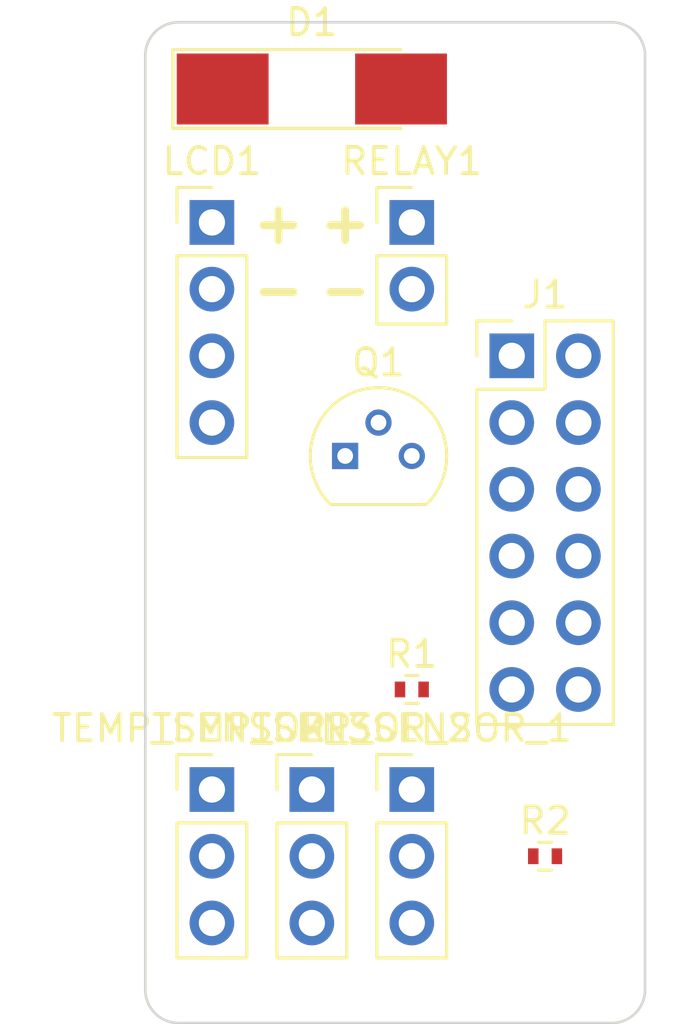
<source format=kicad_pcb>
(kicad_pcb (version 4) (host pcbnew 4.0.6)

  (general
    (links 22)
    (no_connects 22)
    (area 0 0 0 0)
    (thickness 1.6)
    (drawings 13)
    (tracks 0)
    (zones 0)
    (modules 10)
    (nets 15)
  )

  (page A4)
  (layers
    (0 F.Cu signal)
    (31 B.Cu signal)
    (32 B.Adhes user)
    (33 F.Adhes user)
    (34 B.Paste user)
    (35 F.Paste user)
    (36 B.SilkS user)
    (37 F.SilkS user)
    (38 B.Mask user)
    (39 F.Mask user)
    (40 Dwgs.User user)
    (41 Cmts.User user)
    (42 Eco1.User user)
    (43 Eco2.User user)
    (44 Edge.Cuts user)
    (45 Margin user)
    (46 B.CrtYd user)
    (47 F.CrtYd user)
    (48 B.Fab user)
    (49 F.Fab user)
  )

  (setup
    (last_trace_width 0.25)
    (trace_clearance 0.2)
    (zone_clearance 0.508)
    (zone_45_only no)
    (trace_min 0.2)
    (segment_width 0.2)
    (edge_width 0.1)
    (via_size 0.6)
    (via_drill 0.4)
    (via_min_size 0.4)
    (via_min_drill 0.3)
    (uvia_size 0.3)
    (uvia_drill 0.1)
    (uvias_allowed no)
    (uvia_min_size 0.2)
    (uvia_min_drill 0.1)
    (pcb_text_width 0.3)
    (pcb_text_size 1.5 1.5)
    (mod_edge_width 0.15)
    (mod_text_size 1 1)
    (mod_text_width 0.15)
    (pad_size 1.5 1.5)
    (pad_drill 0.6)
    (pad_to_mask_clearance 0)
    (aux_axis_origin 0 0)
    (visible_elements FFFCFF7F)
    (pcbplotparams
      (layerselection 0x00030_80000001)
      (usegerberextensions false)
      (excludeedgelayer true)
      (linewidth 0.100000)
      (plotframeref false)
      (viasonmask false)
      (mode 1)
      (useauxorigin false)
      (hpglpennumber 1)
      (hpglpenspeed 20)
      (hpglpendiameter 15)
      (hpglpenoverlay 2)
      (psnegative false)
      (psa4output false)
      (plotreference true)
      (plotvalue true)
      (plotinvisibletext false)
      (padsonsilk false)
      (subtractmaskfromsilk false)
      (outputformat 1)
      (mirror false)
      (drillshape 1)
      (scaleselection 1)
      (outputdirectory ""))
  )

  (net 0 "")
  (net 1 +5V)
  (net 2 RELAY_OUT)
  (net 3 +3V3)
  (net 4 "Net-(J1-Pad3)")
  (net 5 SDA)
  (net 6 "Net-(J1-Pad5)")
  (net 7 SCL)
  (net 8 "Net-(J1-Pad7)")
  (net 9 BCM4)
  (net 10 "Net-(J1-Pad9)")
  (net 11 GND)
  (net 12 "Net-(J1-Pad11)")
  (net 13 BCM17)
  (net 14 TRANSISTOR_BASE)

  (net_class Default "This is the default net class."
    (clearance 0.2)
    (trace_width 0.25)
    (via_dia 0.6)
    (via_drill 0.4)
    (uvia_dia 0.3)
    (uvia_drill 0.1)
    (add_net +3V3)
    (add_net +5V)
    (add_net BCM17)
    (add_net BCM4)
    (add_net GND)
    (add_net "Net-(J1-Pad11)")
    (add_net "Net-(J1-Pad3)")
    (add_net "Net-(J1-Pad5)")
    (add_net "Net-(J1-Pad7)")
    (add_net "Net-(J1-Pad9)")
    (add_net RELAY_OUT)
    (add_net SCL)
    (add_net SDA)
    (add_net TRANSISTOR_BASE)
  )

  (module Diodes_SMD:D_MELF_Handsoldering (layer F.Cu) (tedit 58643AF9) (tstamp 58F7419A)
    (at 167.64 91.44)
    (descr "Diode MELF Handsoldering")
    (tags "Diode MELF Handsoldering")
    (path /58F70405)
    (attr smd)
    (fp_text reference D1 (at 0 -2.54) (layer F.SilkS)
      (effects (font (size 1 1) (thickness 0.15)))
    )
    (fp_text value D (at 0 3.81) (layer F.Fab)
      (effects (font (size 1 1) (thickness 0.15)))
    )
    (fp_line (start 3.4 -1.5) (end -5.3 -1.5) (layer F.SilkS) (width 0.12))
    (fp_line (start -5.3 -1.5) (end -5.3 1.5) (layer F.SilkS) (width 0.12))
    (fp_line (start -5.3 1.5) (end 3.4 1.5) (layer F.SilkS) (width 0.12))
    (fp_line (start 2.6 -1.3) (end -2.6 -1.3) (layer F.Fab) (width 0.1))
    (fp_line (start -2.6 -1.3) (end -2.6 1.3) (layer F.Fab) (width 0.1))
    (fp_line (start -2.6 1.3) (end 2.6 1.3) (layer F.Fab) (width 0.1))
    (fp_line (start 2.6 1.3) (end 2.6 -1.3) (layer F.Fab) (width 0.1))
    (fp_line (start -0.64944 0.00102) (end -1.55114 0.00102) (layer F.Fab) (width 0.1))
    (fp_line (start 0.50118 0.00102) (end 1.4994 0.00102) (layer F.Fab) (width 0.1))
    (fp_line (start -0.64944 -0.79908) (end -0.64944 0.80112) (layer F.Fab) (width 0.1))
    (fp_line (start 0.50118 0.75032) (end 0.50118 -0.79908) (layer F.Fab) (width 0.1))
    (fp_line (start -0.64944 0.00102) (end 0.50118 0.75032) (layer F.Fab) (width 0.1))
    (fp_line (start -0.64944 0.00102) (end 0.50118 -0.79908) (layer F.Fab) (width 0.1))
    (fp_line (start -5.4 -1.6) (end 5.4 -1.6) (layer F.CrtYd) (width 0.05))
    (fp_line (start 5.4 -1.6) (end 5.4 1.6) (layer F.CrtYd) (width 0.05))
    (fp_line (start 5.4 1.6) (end -5.4 1.6) (layer F.CrtYd) (width 0.05))
    (fp_line (start -5.4 1.6) (end -5.4 -1.6) (layer F.CrtYd) (width 0.05))
    (pad 1 smd rect (at -3.4 0) (size 3.5 2.7) (layers F.Cu F.Paste F.Mask)
      (net 1 +5V))
    (pad 2 smd rect (at 3.4 0) (size 3.5 2.7) (layers F.Cu F.Paste F.Mask)
      (net 2 RELAY_OUT))
    (model Diodes_SMD.3dshapes/D_MELF_Handsoldering.wrl
      (at (xyz 0 0 0))
      (scale (xyz 0.3937 0.3937 0.3937))
      (rotate (xyz 0 0 180))
    )
  )

  (module Pin_Headers:Pin_Header_Straight_2x06_Pitch2.54mm (layer F.Cu) (tedit 58F6E16D) (tstamp 58F741AA)
    (at 175.26 101.6)
    (descr "Through hole straight pin header, 2x06, 2.54mm pitch, double rows")
    (tags "Through hole pin header THT 2x06 2.54mm double row")
    (path /58F6CE7F)
    (fp_text reference J1 (at 1.27 -2.33) (layer F.SilkS)
      (effects (font (size 1 1) (thickness 0.15)))
    )
    (fp_text value CONN_02X06 (at 1.27 15.03) (layer F.Fab)
      (effects (font (size 1 1) (thickness 0.15)))
    )
    (fp_line (start -1.27 -1.27) (end -1.27 13.97) (layer F.Fab) (width 0.1))
    (fp_line (start -1.27 13.97) (end 3.81 13.97) (layer F.Fab) (width 0.1))
    (fp_line (start 3.81 13.97) (end 3.81 -1.27) (layer F.Fab) (width 0.1))
    (fp_line (start 3.81 -1.27) (end -1.27 -1.27) (layer F.Fab) (width 0.1))
    (fp_line (start -1.33 1.27) (end -1.33 14.03) (layer F.SilkS) (width 0.12))
    (fp_line (start -1.33 14.03) (end 3.87 14.03) (layer F.SilkS) (width 0.12))
    (fp_line (start 3.87 14.03) (end 3.87 -1.33) (layer F.SilkS) (width 0.12))
    (fp_line (start 3.87 -1.33) (end 1.27 -1.33) (layer F.SilkS) (width 0.12))
    (fp_line (start 1.27 -1.33) (end 1.27 1.27) (layer F.SilkS) (width 0.12))
    (fp_line (start 1.27 1.27) (end -1.33 1.27) (layer F.SilkS) (width 0.12))
    (fp_line (start -1.33 0) (end -1.33 -1.33) (layer F.SilkS) (width 0.12))
    (fp_line (start -1.33 -1.33) (end 0 -1.33) (layer F.SilkS) (width 0.12))
    (fp_line (start -1.8 -1.8) (end -1.8 14.5) (layer F.CrtYd) (width 0.05))
    (fp_line (start -1.8 14.5) (end 4.35 14.5) (layer F.CrtYd) (width 0.05))
    (fp_line (start 4.35 14.5) (end 4.35 -1.8) (layer F.CrtYd) (width 0.05))
    (fp_line (start 4.35 -1.8) (end -1.8 -1.8) (layer F.CrtYd) (width 0.05))
    (fp_text user PI (at 1.27 -2.33) (layer F.Fab)
      (effects (font (size 1 1) (thickness 0.15)))
    )
    (pad 1 thru_hole rect (at 0 0) (size 1.7 1.7) (drill 1) (layers *.Cu *.Mask)
      (net 1 +5V))
    (pad 2 thru_hole oval (at 2.54 0) (size 1.7 1.7) (drill 1) (layers *.Cu *.Mask)
      (net 3 +3V3))
    (pad 3 thru_hole oval (at 0 2.54) (size 1.7 1.7) (drill 1) (layers *.Cu *.Mask)
      (net 4 "Net-(J1-Pad3)"))
    (pad 4 thru_hole oval (at 2.54 2.54) (size 1.7 1.7) (drill 1) (layers *.Cu *.Mask)
      (net 5 SDA))
    (pad 5 thru_hole oval (at 0 5.08) (size 1.7 1.7) (drill 1) (layers *.Cu *.Mask)
      (net 6 "Net-(J1-Pad5)"))
    (pad 6 thru_hole oval (at 2.54 5.08) (size 1.7 1.7) (drill 1) (layers *.Cu *.Mask)
      (net 7 SCL))
    (pad 7 thru_hole oval (at 0 7.62) (size 1.7 1.7) (drill 1) (layers *.Cu *.Mask)
      (net 8 "Net-(J1-Pad7)"))
    (pad 8 thru_hole oval (at 2.54 7.62) (size 1.7 1.7) (drill 1) (layers *.Cu *.Mask)
      (net 9 BCM4))
    (pad 9 thru_hole oval (at 0 10.16) (size 1.7 1.7) (drill 1) (layers *.Cu *.Mask)
      (net 10 "Net-(J1-Pad9)"))
    (pad 10 thru_hole oval (at 2.54 10.16) (size 1.7 1.7) (drill 1) (layers *.Cu *.Mask)
      (net 11 GND))
    (pad 11 thru_hole oval (at 0 12.7) (size 1.7 1.7) (drill 1) (layers *.Cu *.Mask)
      (net 12 "Net-(J1-Pad11)"))
    (pad 12 thru_hole oval (at 2.54 12.7) (size 1.7 1.7) (drill 1) (layers *.Cu *.Mask)
      (net 13 BCM17))
    (model ${KISYS3DMOD}/Pin_Headers.3dshapes/Pin_Header_Straight_2x06_Pitch2.54mm.wrl
      (at (xyz 0.05 -0.25 0))
      (scale (xyz 1 1 1))
      (rotate (xyz 0 0 90))
    )
  )

  (module Socket_Strips:Socket_Strip_Straight_1x04_Pitch2.54mm (layer F.Cu) (tedit 58CD5446) (tstamp 58F741B2)
    (at 163.83 96.52)
    (descr "Through hole straight socket strip, 1x04, 2.54mm pitch, single row")
    (tags "Through hole socket strip THT 1x04 2.54mm single row")
    (path /58F6D376)
    (fp_text reference LCD1 (at 0 -2.33) (layer F.SilkS)
      (effects (font (size 1 1) (thickness 0.15)))
    )
    (fp_text value CONN_01X04_FEMALE (at 0 9.95) (layer F.Fab)
      (effects (font (size 1 1) (thickness 0.15)))
    )
    (fp_line (start -1.27 -1.27) (end -1.27 8.89) (layer F.Fab) (width 0.1))
    (fp_line (start -1.27 8.89) (end 1.27 8.89) (layer F.Fab) (width 0.1))
    (fp_line (start 1.27 8.89) (end 1.27 -1.27) (layer F.Fab) (width 0.1))
    (fp_line (start 1.27 -1.27) (end -1.27 -1.27) (layer F.Fab) (width 0.1))
    (fp_line (start -1.33 1.27) (end -1.33 8.95) (layer F.SilkS) (width 0.12))
    (fp_line (start -1.33 8.95) (end 1.33 8.95) (layer F.SilkS) (width 0.12))
    (fp_line (start 1.33 8.95) (end 1.33 1.27) (layer F.SilkS) (width 0.12))
    (fp_line (start 1.33 1.27) (end -1.33 1.27) (layer F.SilkS) (width 0.12))
    (fp_line (start -1.33 0) (end -1.33 -1.33) (layer F.SilkS) (width 0.12))
    (fp_line (start -1.33 -1.33) (end 0 -1.33) (layer F.SilkS) (width 0.12))
    (fp_line (start -1.8 -1.8) (end -1.8 9.4) (layer F.CrtYd) (width 0.05))
    (fp_line (start -1.8 9.4) (end 1.8 9.4) (layer F.CrtYd) (width 0.05))
    (fp_line (start 1.8 9.4) (end 1.8 -1.8) (layer F.CrtYd) (width 0.05))
    (fp_line (start 1.8 -1.8) (end -1.8 -1.8) (layer F.CrtYd) (width 0.05))
    (fp_text user %R (at 0 -2.33) (layer F.Fab)
      (effects (font (size 1 1) (thickness 0.15)))
    )
    (pad 1 thru_hole rect (at 0 0) (size 1.7 1.7) (drill 1) (layers *.Cu *.Mask)
      (net 1 +5V))
    (pad 2 thru_hole oval (at 0 2.54) (size 1.7 1.7) (drill 1) (layers *.Cu *.Mask)
      (net 11 GND))
    (pad 3 thru_hole oval (at 0 5.08) (size 1.7 1.7) (drill 1) (layers *.Cu *.Mask)
      (net 7 SCL))
    (pad 4 thru_hole oval (at 0 7.62) (size 1.7 1.7) (drill 1) (layers *.Cu *.Mask)
      (net 5 SDA))
    (model ${KISYS3DMOD}/Socket_Strips.3dshapes/Socket_Strip_Straight_1x04_Pitch2.54mm.wrl
      (at (xyz 0 -0.15 0))
      (scale (xyz 1 1 1))
      (rotate (xyz 0 0 270))
    )
  )

  (module TO_SOT_Packages_THT:TO-92_Molded_Narrow (layer F.Cu) (tedit 58CE52AF) (tstamp 58F741B9)
    (at 168.91 105.41)
    (descr "TO-92 leads molded, narrow, drill 0.6mm (see NXP sot054_po.pdf)")
    (tags "to-92 sc-43 sc-43a sot54 PA33 transistor")
    (path /58F6DF9C)
    (fp_text reference Q1 (at 1.27 -3.56) (layer F.SilkS)
      (effects (font (size 1 1) (thickness 0.15)))
    )
    (fp_text value PN2222A (at 1.27 2.79) (layer F.Fab)
      (effects (font (size 1 1) (thickness 0.15)))
    )
    (fp_text user %R (at 1.27 -3.56) (layer F.Fab)
      (effects (font (size 1 1) (thickness 0.15)))
    )
    (fp_line (start -0.53 1.85) (end 3.07 1.85) (layer F.SilkS) (width 0.12))
    (fp_line (start -0.5 1.75) (end 3 1.75) (layer F.Fab) (width 0.1))
    (fp_line (start -1.46 -2.73) (end 4 -2.73) (layer F.CrtYd) (width 0.05))
    (fp_line (start -1.46 -2.73) (end -1.46 2.01) (layer F.CrtYd) (width 0.05))
    (fp_line (start 4 2.01) (end 4 -2.73) (layer F.CrtYd) (width 0.05))
    (fp_line (start 4 2.01) (end -1.46 2.01) (layer F.CrtYd) (width 0.05))
    (fp_arc (start 1.27 0) (end 1.27 -2.48) (angle 135) (layer F.Fab) (width 0.1))
    (fp_arc (start 1.27 0) (end 1.27 -2.6) (angle -135) (layer F.SilkS) (width 0.12))
    (fp_arc (start 1.27 0) (end 1.27 -2.48) (angle -135) (layer F.Fab) (width 0.1))
    (fp_arc (start 1.27 0) (end 1.27 -2.6) (angle 135) (layer F.SilkS) (width 0.12))
    (pad 2 thru_hole circle (at 1.27 -1.27 90) (size 1 1) (drill 0.6) (layers *.Cu *.Mask)
      (net 14 TRANSISTOR_BASE))
    (pad 3 thru_hole circle (at 2.54 0 90) (size 1 1) (drill 0.6) (layers *.Cu *.Mask)
      (net 2 RELAY_OUT))
    (pad 1 thru_hole rect (at 0 0 90) (size 1 1) (drill 0.6) (layers *.Cu *.Mask)
      (net 11 GND))
    (model ${KISYS3DMOD}/TO_SOT_Packages_THT.3dshapes/TO-92_Molded_Narrow.wrl
      (at (xyz 0.05 0 0))
      (scale (xyz 1 1 1))
      (rotate (xyz 0 0 -90))
    )
  )

  (module Resistors_SMD:R_0402 (layer F.Cu) (tedit 58E0A804) (tstamp 58F741BF)
    (at 171.45 114.3)
    (descr "Resistor SMD 0402, reflow soldering, Vishay (see dcrcw.pdf)")
    (tags "resistor 0402")
    (path /58F6E993)
    (attr smd)
    (fp_text reference R1 (at 0 -1.35) (layer F.SilkS)
      (effects (font (size 1 1) (thickness 0.15)))
    )
    (fp_text value 1K (at 0 1.45) (layer F.Fab)
      (effects (font (size 1 1) (thickness 0.15)))
    )
    (fp_text user %R (at 0 -1.35) (layer F.Fab)
      (effects (font (size 1 1) (thickness 0.15)))
    )
    (fp_line (start -0.5 0.25) (end -0.5 -0.25) (layer F.Fab) (width 0.1))
    (fp_line (start 0.5 0.25) (end -0.5 0.25) (layer F.Fab) (width 0.1))
    (fp_line (start 0.5 -0.25) (end 0.5 0.25) (layer F.Fab) (width 0.1))
    (fp_line (start -0.5 -0.25) (end 0.5 -0.25) (layer F.Fab) (width 0.1))
    (fp_line (start 0.25 -0.53) (end -0.25 -0.53) (layer F.SilkS) (width 0.12))
    (fp_line (start -0.25 0.53) (end 0.25 0.53) (layer F.SilkS) (width 0.12))
    (fp_line (start -0.8 -0.45) (end 0.8 -0.45) (layer F.CrtYd) (width 0.05))
    (fp_line (start -0.8 -0.45) (end -0.8 0.45) (layer F.CrtYd) (width 0.05))
    (fp_line (start 0.8 0.45) (end 0.8 -0.45) (layer F.CrtYd) (width 0.05))
    (fp_line (start 0.8 0.45) (end -0.8 0.45) (layer F.CrtYd) (width 0.05))
    (pad 1 smd rect (at -0.45 0) (size 0.4 0.6) (layers F.Cu F.Paste F.Mask)
      (net 13 BCM17))
    (pad 2 smd rect (at 0.45 0) (size 0.4 0.6) (layers F.Cu F.Paste F.Mask)
      (net 14 TRANSISTOR_BASE))
    (model ${KISYS3DMOD}/Resistors_SMD.3dshapes/R_0402.wrl
      (at (xyz 0 0 0))
      (scale (xyz 1 1 1))
      (rotate (xyz 0 0 0))
    )
  )

  (module Resistors_SMD:R_0402 (layer F.Cu) (tedit 58E0A804) (tstamp 58F741C5)
    (at 176.53 120.65)
    (descr "Resistor SMD 0402, reflow soldering, Vishay (see dcrcw.pdf)")
    (tags "resistor 0402")
    (path /58F6D072)
    (attr smd)
    (fp_text reference R2 (at 0 -1.35) (layer F.SilkS)
      (effects (font (size 1 1) (thickness 0.15)))
    )
    (fp_text value 3.9K (at 0 1.45) (layer F.Fab)
      (effects (font (size 1 1) (thickness 0.15)))
    )
    (fp_text user %R (at 0 -1.35) (layer F.Fab)
      (effects (font (size 1 1) (thickness 0.15)))
    )
    (fp_line (start -0.5 0.25) (end -0.5 -0.25) (layer F.Fab) (width 0.1))
    (fp_line (start 0.5 0.25) (end -0.5 0.25) (layer F.Fab) (width 0.1))
    (fp_line (start 0.5 -0.25) (end 0.5 0.25) (layer F.Fab) (width 0.1))
    (fp_line (start -0.5 -0.25) (end 0.5 -0.25) (layer F.Fab) (width 0.1))
    (fp_line (start 0.25 -0.53) (end -0.25 -0.53) (layer F.SilkS) (width 0.12))
    (fp_line (start -0.25 0.53) (end 0.25 0.53) (layer F.SilkS) (width 0.12))
    (fp_line (start -0.8 -0.45) (end 0.8 -0.45) (layer F.CrtYd) (width 0.05))
    (fp_line (start -0.8 -0.45) (end -0.8 0.45) (layer F.CrtYd) (width 0.05))
    (fp_line (start 0.8 0.45) (end 0.8 -0.45) (layer F.CrtYd) (width 0.05))
    (fp_line (start 0.8 0.45) (end -0.8 0.45) (layer F.CrtYd) (width 0.05))
    (pad 1 smd rect (at -0.45 0) (size 0.4 0.6) (layers F.Cu F.Paste F.Mask)
      (net 3 +3V3))
    (pad 2 smd rect (at 0.45 0) (size 0.4 0.6) (layers F.Cu F.Paste F.Mask)
      (net 9 BCM4))
    (model ${KISYS3DMOD}/Resistors_SMD.3dshapes/R_0402.wrl
      (at (xyz 0 0 0))
      (scale (xyz 1 1 1))
      (rotate (xyz 0 0 0))
    )
  )

  (module Socket_Strips:Socket_Strip_Straight_1x02_Pitch2.54mm (layer F.Cu) (tedit 58F6E1A3) (tstamp 58F741CB)
    (at 171.45 96.52)
    (descr "Through hole straight socket strip, 1x02, 2.54mm pitch, single row")
    (tags "Through hole socket strip THT 1x02 2.54mm single row")
    (path /58F6D7F3)
    (fp_text reference RELAY1 (at 0 -2.33) (layer F.SilkS)
      (effects (font (size 1 1) (thickness 0.15)))
    )
    (fp_text value CONN_01X02_FEMALE (at 0 4.87) (layer F.Fab)
      (effects (font (size 1 1) (thickness 0.15)))
    )
    (fp_line (start -1.27 -1.27) (end -1.27 3.81) (layer F.Fab) (width 0.1))
    (fp_line (start -1.27 3.81) (end 1.27 3.81) (layer F.Fab) (width 0.1))
    (fp_line (start 1.27 3.81) (end 1.27 -1.27) (layer F.Fab) (width 0.1))
    (fp_line (start 1.27 -1.27) (end -1.27 -1.27) (layer F.Fab) (width 0.1))
    (fp_line (start -1.33 1.27) (end -1.33 3.87) (layer F.SilkS) (width 0.12))
    (fp_line (start -1.33 3.87) (end 1.33 3.87) (layer F.SilkS) (width 0.12))
    (fp_line (start 1.33 3.87) (end 1.33 1.27) (layer F.SilkS) (width 0.12))
    (fp_line (start 1.33 1.27) (end -1.33 1.27) (layer F.SilkS) (width 0.12))
    (fp_line (start -1.33 0) (end -1.33 -1.33) (layer F.SilkS) (width 0.12))
    (fp_line (start -1.33 -1.33) (end 0 -1.33) (layer F.SilkS) (width 0.12))
    (fp_line (start -1.8 -1.8) (end -1.8 4.35) (layer F.CrtYd) (width 0.05))
    (fp_line (start -1.8 4.35) (end 1.8 4.35) (layer F.CrtYd) (width 0.05))
    (fp_line (start 1.8 4.35) (end 1.8 -1.8) (layer F.CrtYd) (width 0.05))
    (fp_line (start 1.8 -1.8) (end -1.8 -1.8) (layer F.CrtYd) (width 0.05))
    (fp_text user RELAY (at 0 -2.33) (layer F.Fab)
      (effects (font (size 1 1) (thickness 0.15)))
    )
    (pad 1 thru_hole rect (at 0 0) (size 1.7 1.7) (drill 1) (layers *.Cu *.Mask)
      (net 1 +5V))
    (pad 2 thru_hole oval (at 0 2.54) (size 1.7 1.7) (drill 1) (layers *.Cu *.Mask)
      (net 2 RELAY_OUT))
    (model ${KISYS3DMOD}/Socket_Strips.3dshapes/Socket_Strip_Straight_1x02_Pitch2.54mm.wrl
      (at (xyz 0 -0.05 0))
      (scale (xyz 1 1 1))
      (rotate (xyz 0 0 270))
    )
  )

  (module Socket_Strips:Socket_Strip_Straight_1x03_Pitch2.54mm (layer F.Cu) (tedit 58F6E146) (tstamp 58F741D2)
    (at 171.45 118.11)
    (descr "Through hole straight socket strip, 1x03, 2.54mm pitch, single row")
    (tags "Through hole socket strip THT 1x03 2.54mm single row")
    (path /58F6CF84)
    (fp_text reference TEMP_SENSOR_1 (at 0 -2.33) (layer F.SilkS)
      (effects (font (size 1 1) (thickness 0.15)))
    )
    (fp_text value CONN_01X03_FEMALE (at 0 7.41) (layer F.Fab)
      (effects (font (size 1 1) (thickness 0.15)))
    )
    (fp_line (start -1.27 -1.27) (end -1.27 6.35) (layer F.Fab) (width 0.1))
    (fp_line (start -1.27 6.35) (end 1.27 6.35) (layer F.Fab) (width 0.1))
    (fp_line (start 1.27 6.35) (end 1.27 -1.27) (layer F.Fab) (width 0.1))
    (fp_line (start 1.27 -1.27) (end -1.27 -1.27) (layer F.Fab) (width 0.1))
    (fp_line (start -1.33 1.27) (end -1.33 6.41) (layer F.SilkS) (width 0.12))
    (fp_line (start -1.33 6.41) (end 1.33 6.41) (layer F.SilkS) (width 0.12))
    (fp_line (start 1.33 6.41) (end 1.33 1.27) (layer F.SilkS) (width 0.12))
    (fp_line (start 1.33 1.27) (end -1.33 1.27) (layer F.SilkS) (width 0.12))
    (fp_line (start -1.33 0) (end -1.33 -1.33) (layer F.SilkS) (width 0.12))
    (fp_line (start -1.33 -1.33) (end 0 -1.33) (layer F.SilkS) (width 0.12))
    (fp_line (start -1.8 -1.8) (end -1.8 6.85) (layer F.CrtYd) (width 0.05))
    (fp_line (start -1.8 6.85) (end 1.8 6.85) (layer F.CrtYd) (width 0.05))
    (fp_line (start 1.8 6.85) (end 1.8 -1.8) (layer F.CrtYd) (width 0.05))
    (fp_line (start 1.8 -1.8) (end -1.8 -1.8) (layer F.CrtYd) (width 0.05))
    (fp_text user T1 (at 0 -2.33) (layer F.Fab)
      (effects (font (size 1 1) (thickness 0.15)))
    )
    (pad 1 thru_hole rect (at 0 0) (size 1.7 1.7) (drill 1) (layers *.Cu *.Mask)
      (net 3 +3V3))
    (pad 2 thru_hole oval (at 0 2.54) (size 1.7 1.7) (drill 1) (layers *.Cu *.Mask)
      (net 11 GND))
    (pad 3 thru_hole oval (at 0 5.08) (size 1.7 1.7) (drill 1) (layers *.Cu *.Mask)
      (net 9 BCM4))
    (model ${KISYS3DMOD}/Socket_Strips.3dshapes/Socket_Strip_Straight_1x03_Pitch2.54mm.wrl
      (at (xyz 0 -0.1 0))
      (scale (xyz 1 1 1))
      (rotate (xyz 0 0 270))
    )
  )

  (module Socket_Strips:Socket_Strip_Straight_1x03_Pitch2.54mm (layer F.Cu) (tedit 58F6E151) (tstamp 58F741D9)
    (at 167.64 118.11)
    (descr "Through hole straight socket strip, 1x03, 2.54mm pitch, single row")
    (tags "Through hole socket strip THT 1x03 2.54mm single row")
    (path /58F6D137)
    (fp_text reference TEMP_SENSOR_2 (at 0 -2.33) (layer F.SilkS)
      (effects (font (size 1 1) (thickness 0.15)))
    )
    (fp_text value CONN_01X03_FEMALE (at 0 7.41) (layer F.Fab)
      (effects (font (size 1 1) (thickness 0.15)))
    )
    (fp_line (start -1.27 -1.27) (end -1.27 6.35) (layer F.Fab) (width 0.1))
    (fp_line (start -1.27 6.35) (end 1.27 6.35) (layer F.Fab) (width 0.1))
    (fp_line (start 1.27 6.35) (end 1.27 -1.27) (layer F.Fab) (width 0.1))
    (fp_line (start 1.27 -1.27) (end -1.27 -1.27) (layer F.Fab) (width 0.1))
    (fp_line (start -1.33 1.27) (end -1.33 6.41) (layer F.SilkS) (width 0.12))
    (fp_line (start -1.33 6.41) (end 1.33 6.41) (layer F.SilkS) (width 0.12))
    (fp_line (start 1.33 6.41) (end 1.33 1.27) (layer F.SilkS) (width 0.12))
    (fp_line (start 1.33 1.27) (end -1.33 1.27) (layer F.SilkS) (width 0.12))
    (fp_line (start -1.33 0) (end -1.33 -1.33) (layer F.SilkS) (width 0.12))
    (fp_line (start -1.33 -1.33) (end 0 -1.33) (layer F.SilkS) (width 0.12))
    (fp_line (start -1.8 -1.8) (end -1.8 6.85) (layer F.CrtYd) (width 0.05))
    (fp_line (start -1.8 6.85) (end 1.8 6.85) (layer F.CrtYd) (width 0.05))
    (fp_line (start 1.8 6.85) (end 1.8 -1.8) (layer F.CrtYd) (width 0.05))
    (fp_line (start 1.8 -1.8) (end -1.8 -1.8) (layer F.CrtYd) (width 0.05))
    (fp_text user T2 (at 0 -2.33) (layer F.Fab)
      (effects (font (size 1 1) (thickness 0.15)))
    )
    (pad 1 thru_hole rect (at 0 0) (size 1.7 1.7) (drill 1) (layers *.Cu *.Mask)
      (net 3 +3V3))
    (pad 2 thru_hole oval (at 0 2.54) (size 1.7 1.7) (drill 1) (layers *.Cu *.Mask)
      (net 11 GND))
    (pad 3 thru_hole oval (at 0 5.08) (size 1.7 1.7) (drill 1) (layers *.Cu *.Mask)
      (net 9 BCM4))
    (model ${KISYS3DMOD}/Socket_Strips.3dshapes/Socket_Strip_Straight_1x03_Pitch2.54mm.wrl
      (at (xyz 0 -0.1 0))
      (scale (xyz 1 1 1))
      (rotate (xyz 0 0 270))
    )
  )

  (module Socket_Strips:Socket_Strip_Straight_1x03_Pitch2.54mm (layer F.Cu) (tedit 58F6E130) (tstamp 58F741E0)
    (at 163.83 118.11)
    (descr "Through hole straight socket strip, 1x03, 2.54mm pitch, single row")
    (tags "Through hole socket strip THT 1x03 2.54mm single row")
    (path /58F6D198)
    (fp_text reference TEMP_SENSOR_3 (at 0 -2.33) (layer F.SilkS)
      (effects (font (size 1 1) (thickness 0.15)))
    )
    (fp_text value CONN_01X03_FEMALE (at 0 7.41) (layer F.Fab)
      (effects (font (size 1 1) (thickness 0.15)))
    )
    (fp_line (start -1.27 -1.27) (end -1.27 6.35) (layer F.Fab) (width 0.1))
    (fp_line (start -1.27 6.35) (end 1.27 6.35) (layer F.Fab) (width 0.1))
    (fp_line (start 1.27 6.35) (end 1.27 -1.27) (layer F.Fab) (width 0.1))
    (fp_line (start 1.27 -1.27) (end -1.27 -1.27) (layer F.Fab) (width 0.1))
    (fp_line (start -1.33 1.27) (end -1.33 6.41) (layer F.SilkS) (width 0.12))
    (fp_line (start -1.33 6.41) (end 1.33 6.41) (layer F.SilkS) (width 0.12))
    (fp_line (start 1.33 6.41) (end 1.33 1.27) (layer F.SilkS) (width 0.12))
    (fp_line (start 1.33 1.27) (end -1.33 1.27) (layer F.SilkS) (width 0.12))
    (fp_line (start -1.33 0) (end -1.33 -1.33) (layer F.SilkS) (width 0.12))
    (fp_line (start -1.33 -1.33) (end 0 -1.33) (layer F.SilkS) (width 0.12))
    (fp_line (start -1.8 -1.8) (end -1.8 6.85) (layer F.CrtYd) (width 0.05))
    (fp_line (start -1.8 6.85) (end 1.8 6.85) (layer F.CrtYd) (width 0.05))
    (fp_line (start 1.8 6.85) (end 1.8 -1.8) (layer F.CrtYd) (width 0.05))
    (fp_line (start 1.8 -1.8) (end -1.8 -1.8) (layer F.CrtYd) (width 0.05))
    (fp_text user T3 (at 0 -2.33) (layer F.Fab)
      (effects (font (size 1 1) (thickness 0.15)))
    )
    (pad 1 thru_hole rect (at 0 0) (size 1.7 1.7) (drill 1) (layers *.Cu *.Mask)
      (net 3 +3V3))
    (pad 2 thru_hole oval (at 0 2.54) (size 1.7 1.7) (drill 1) (layers *.Cu *.Mask)
      (net 11 GND))
    (pad 3 thru_hole oval (at 0 5.08) (size 1.7 1.7) (drill 1) (layers *.Cu *.Mask)
      (net 9 BCM4))
    (model ${KISYS3DMOD}/Socket_Strips.3dshapes/Socket_Strip_Straight_1x03_Pitch2.54mm.wrl
      (at (xyz 0 -0.1 0))
      (scale (xyz 1 1 1))
      (rotate (xyz 0 0 270))
    )
  )

  (gr_text - (at 166.37 99.06) (layer F.SilkS)
    (effects (font (size 1.5 1.5) (thickness 0.3)))
  )
  (gr_text + (at 166.37 96.52) (layer F.SilkS)
    (effects (font (size 1.5 1.5) (thickness 0.3)))
  )
  (gr_text - (at 168.91 99.06) (layer F.SilkS)
    (effects (font (size 1.5 1.5) (thickness 0.3)))
  )
  (gr_text + (at 168.91 96.52) (layer F.SilkS)
    (effects (font (size 1.5 1.5) (thickness 0.3)))
  )
  (gr_arc (start 162.56 125.73) (end 162.56 127) (angle 90) (layer Edge.Cuts) (width 0.1))
  (gr_arc (start 162.56 90.17) (end 161.29 90.17) (angle 90) (layer Edge.Cuts) (width 0.1))
  (gr_arc (start 179.07 90.17) (end 179.07 88.9) (angle 90) (layer Edge.Cuts) (width 0.1))
  (gr_arc (start 179.07 125.73) (end 180.34 125.73) (angle 90) (layer Edge.Cuts) (width 0.1))
  (gr_line (start 162.56 127) (end 179.07 127) (angle 90) (layer Edge.Cuts) (width 0.1))
  (gr_line (start 161.29 124.46) (end 161.29 125.73) (angle 90) (layer Edge.Cuts) (width 0.1))
  (gr_line (start 161.29 90.17) (end 161.29 124.46) (angle 90) (layer Edge.Cuts) (width 0.1))
  (gr_line (start 179.07 88.9) (end 162.56 88.9) (angle 90) (layer Edge.Cuts) (width 0.1))
  (gr_line (start 180.34 125.73) (end 180.34 90.17) (angle 90) (layer Edge.Cuts) (width 0.1))

)

</source>
